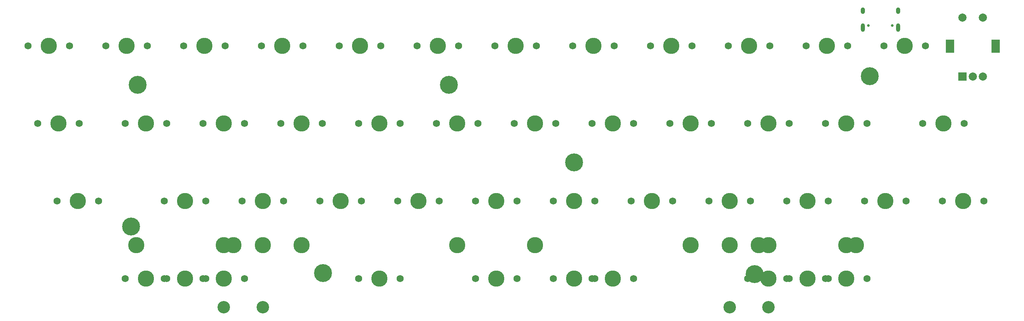
<source format=gbr>
G04 #@! TF.GenerationSoftware,KiCad,Pcbnew,8.0.8*
G04 #@! TF.CreationDate,2025-03-08T13:31:50+01:00*
G04 #@! TF.ProjectId,PowerVan,506f7765-7256-4616-9e2e-6b696361645f,rev?*
G04 #@! TF.SameCoordinates,Original*
G04 #@! TF.FileFunction,Soldermask,Top*
G04 #@! TF.FilePolarity,Negative*
%FSLAX46Y46*%
G04 Gerber Fmt 4.6, Leading zero omitted, Abs format (unit mm)*
G04 Created by KiCad (PCBNEW 8.0.8) date 2025-03-08 13:31:50*
%MOMM*%
%LPD*%
G01*
G04 APERTURE LIST*
%ADD10C,1.750000*%
%ADD11C,3.987800*%
%ADD12R,2.000000X2.000000*%
%ADD13C,2.000000*%
%ADD14R,2.000000X3.200000*%
%ADD15C,4.400000*%
%ADD16C,3.048000*%
%ADD17C,0.650000*%
%ADD18O,1.000000X1.600000*%
%ADD19O,1.000000X2.100000*%
G04 APERTURE END LIST*
D10*
X372745500Y-226219000D03*
D11*
X377825500Y-226219000D03*
D10*
X382905500Y-226219000D03*
X306070500Y-226219000D03*
D11*
X311150500Y-226219000D03*
D10*
X316230500Y-226219000D03*
X210820500Y-207169000D03*
D11*
X215900500Y-207169000D03*
D10*
X220980500Y-207169000D03*
X401320500Y-207169000D03*
D11*
X406400500Y-207169000D03*
D10*
X411480500Y-207169000D03*
X306070500Y-207169000D03*
D11*
X311150500Y-207169000D03*
D10*
X316230500Y-207169000D03*
X248920500Y-207169000D03*
D11*
X254000500Y-207169000D03*
D10*
X259080500Y-207169000D03*
X382270500Y-207169000D03*
D11*
X387350500Y-207169000D03*
D10*
X392430500Y-207169000D03*
X344170500Y-207169000D03*
D11*
X349250500Y-207169000D03*
D10*
X354330500Y-207169000D03*
X229870500Y-207169000D03*
D11*
X234950500Y-207169000D03*
D10*
X240030500Y-207169000D03*
X258445500Y-226219000D03*
D11*
X263525500Y-226219000D03*
D10*
X268605500Y-226219000D03*
X363220500Y-207169000D03*
D11*
X368300500Y-207169000D03*
D10*
X373380500Y-207169000D03*
D12*
X406286200Y-176612800D03*
D13*
X411286200Y-176612800D03*
X408786200Y-176612800D03*
D14*
X403186200Y-169112800D03*
X414386200Y-169112800D03*
D13*
X411286200Y-162112800D03*
X406286200Y-162112800D03*
D10*
X363220500Y-226219000D03*
D11*
X368300500Y-226219000D03*
D10*
X373380500Y-226219000D03*
X353695500Y-226219000D03*
D11*
X358775500Y-226219000D03*
D10*
X363855500Y-226219000D03*
X201295500Y-226219000D03*
D11*
X206375500Y-226219000D03*
D10*
X211455500Y-226219000D03*
X220345500Y-226219000D03*
D11*
X225425500Y-226219000D03*
D10*
X230505500Y-226219000D03*
X325120500Y-207169000D03*
D11*
X330200500Y-207169000D03*
D10*
X335280500Y-207169000D03*
X267970500Y-207169000D03*
D11*
X273050500Y-207169000D03*
D10*
X278130500Y-207169000D03*
X177483000Y-169069000D03*
D11*
X182563000Y-169069000D03*
D10*
X187643000Y-169069000D03*
X372745500Y-188119000D03*
D11*
X377825500Y-188119000D03*
D10*
X382905500Y-188119000D03*
X220345500Y-188119000D03*
D11*
X225425500Y-188119000D03*
D10*
X230505500Y-188119000D03*
X201295500Y-188119000D03*
D11*
X206375500Y-188119000D03*
D10*
X211455500Y-188119000D03*
X179864250Y-188119000D03*
D11*
X184944250Y-188119000D03*
D10*
X190024250Y-188119000D03*
X348933000Y-169069000D03*
D11*
X354013000Y-169069000D03*
D10*
X359093000Y-169069000D03*
X310833000Y-169069000D03*
D11*
X315913000Y-169069000D03*
D10*
X320993000Y-169069000D03*
X234633000Y-169069000D03*
D11*
X239713000Y-169069000D03*
D10*
X244793000Y-169069000D03*
X272733000Y-169069000D03*
D11*
X277813000Y-169069000D03*
D10*
X282893000Y-169069000D03*
X397193000Y-169069000D03*
D11*
X392113000Y-169069000D03*
D10*
X387033000Y-169069000D03*
X367983000Y-169069000D03*
D11*
X373063000Y-169069000D03*
D10*
X378143000Y-169069000D03*
X215583000Y-169069000D03*
D11*
X220663000Y-169069000D03*
D10*
X225743000Y-169069000D03*
X258445500Y-188119000D03*
D11*
X263525500Y-188119000D03*
D10*
X268605500Y-188119000D03*
X329883000Y-169069000D03*
D11*
X334963000Y-169069000D03*
D10*
X340043000Y-169069000D03*
X396558000Y-188119000D03*
D11*
X401638000Y-188119000D03*
D10*
X406718000Y-188119000D03*
X315595500Y-188119000D03*
D11*
X320675500Y-188119000D03*
D10*
X325755500Y-188119000D03*
X277495500Y-188119000D03*
D11*
X282575500Y-188119000D03*
D10*
X287655500Y-188119000D03*
X196533000Y-169069000D03*
D11*
X201613000Y-169069000D03*
D10*
X206693000Y-169069000D03*
X291783000Y-169069000D03*
D11*
X296863000Y-169069000D03*
D10*
X301943000Y-169069000D03*
X239395500Y-188119000D03*
D11*
X244475500Y-188119000D03*
D10*
X249555500Y-188119000D03*
X334645500Y-188119000D03*
D11*
X339725500Y-188119000D03*
D10*
X344805500Y-188119000D03*
X296545500Y-188119000D03*
D11*
X301625500Y-188119000D03*
D10*
X306705500Y-188119000D03*
X253683000Y-169069000D03*
D11*
X258763000Y-169069000D03*
D10*
X263843000Y-169069000D03*
X184626750Y-207169000D03*
D11*
X189706750Y-207169000D03*
D10*
X194786750Y-207169000D03*
D15*
X202762500Y-213367750D03*
X249712500Y-224817750D03*
X280562500Y-178594000D03*
X311212500Y-197644000D03*
X383612500Y-176467750D03*
X204362500Y-178593750D03*
D10*
X353684400Y-188117800D03*
D11*
X358764400Y-188117800D03*
D10*
X363844400Y-188117800D03*
X287020500Y-207169000D03*
D11*
X292100500Y-207169000D03*
D10*
X297180500Y-207169000D03*
D15*
X355369250Y-225103000D03*
D11*
X227806750Y-217964000D03*
X203994250Y-217964000D03*
X282575500Y-217964000D03*
X244475500Y-217964000D03*
X339725500Y-217964000D03*
X301625500Y-217964000D03*
X377825500Y-217964000D03*
X244475500Y-217964000D03*
D10*
X210820500Y-226219000D03*
D11*
X215900500Y-226219000D03*
D10*
X220980500Y-226219000D03*
D11*
X339725500Y-217964000D03*
X244475500Y-217964000D03*
X380206750Y-217964000D03*
X356394250Y-217964000D03*
D10*
X315595500Y-226219000D03*
D11*
X320675500Y-226219000D03*
D10*
X325755500Y-226219000D03*
X287020500Y-226219000D03*
D11*
X292100500Y-226219000D03*
D10*
X297180500Y-226219000D03*
D16*
X358775500Y-233204000D03*
D11*
X358775500Y-217964000D03*
D16*
X349250500Y-233204000D03*
D11*
X349250500Y-217964000D03*
D16*
X234950500Y-233204000D03*
D11*
X234950500Y-217964000D03*
D16*
X225425500Y-233204000D03*
D11*
X225425500Y-217964000D03*
D17*
X383269500Y-164055250D03*
X389049500Y-164055250D03*
D18*
X381839500Y-160405250D03*
D19*
X381839500Y-164585250D03*
D18*
X390479500Y-160405250D03*
D19*
X390479500Y-164585250D03*
M02*

</source>
